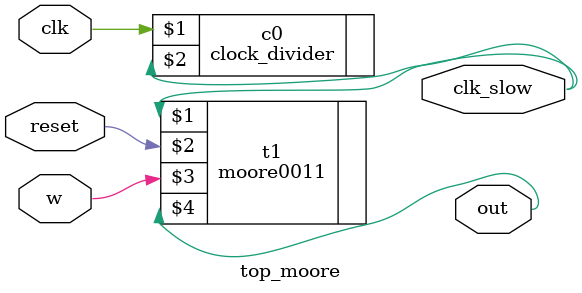
<source format=v>
`timescale 1ns / 1ps


module top_moore(w,clk,reset,out,clk_slow);
input w,clk,reset; // w is serial input given sampled at every clock edge
output out;
output clk_slow;
clock_divider c0(clk,clk_slow);
moore0011 t1(clk_slow,reset,w,out);
endmodule

</source>
